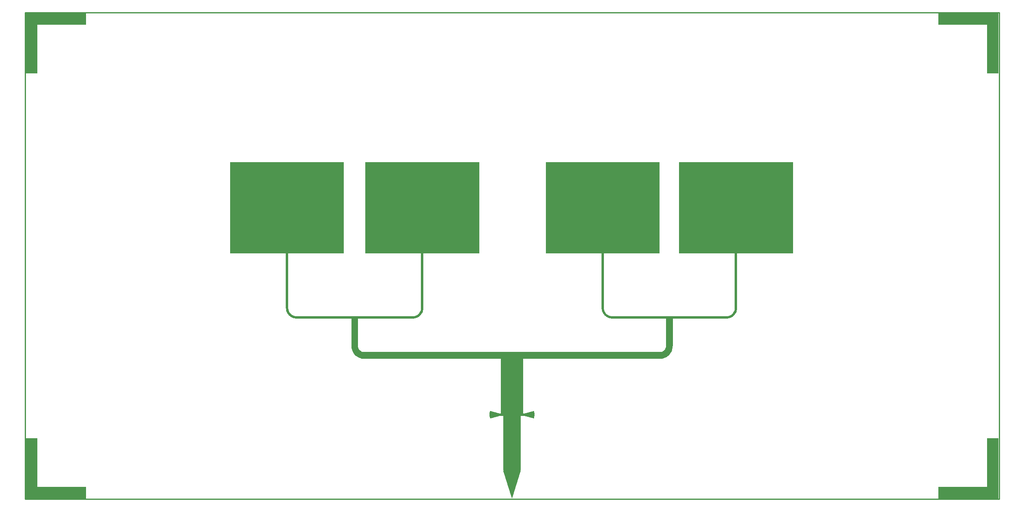
<source format=gbr>
G04*
G04 #@! TF.GenerationSoftware,Altium Limited,Altium Designer,22.3.1 (43)*
G04*
G04 Layer_Physical_Order=1*
G04 Layer_Color=255*
%FSLAX44Y44*%
%MOMM*%
G71*
G04*
G04 #@! TF.SameCoordinates,8B6E1C31-416F-48FD-9094-7637D50CEA94*
G04*
G04*
G04 #@! TF.FilePolarity,Positive*
G04*
G01*
G75*
%ADD10C,0.2540*%
G36*
X2030625Y889000D02*
X2006600D01*
Y990600D01*
X1905000D01*
Y1014625D01*
X2030625D01*
Y889000D01*
D02*
G37*
G36*
X127000Y990600D02*
X25400D01*
Y889000D01*
X1375D01*
Y1014625D01*
X127000D01*
Y990600D01*
D02*
G37*
G36*
X947368Y513789D02*
X831250D01*
Y399789D01*
X831154Y397713D01*
X830867Y395654D01*
X830391Y393631D01*
X829731Y391661D01*
X828891Y389759D01*
X827880Y387944D01*
X826705Y386229D01*
X825378Y384630D01*
X823908Y383161D01*
X822309Y381833D01*
X820595Y380659D01*
X818779Y379647D01*
X816878Y378808D01*
X814907Y378148D01*
X812884Y377672D01*
X810826Y377385D01*
X808750Y377287D01*
X694750D01*
Y320287D01*
X694948Y318029D01*
X695534Y315840D01*
X696492Y313787D01*
X697791Y311930D01*
X699394Y310328D01*
X701250Y309028D01*
X703304Y308071D01*
X705493Y307484D01*
X707750Y307287D01*
X1324245D01*
X1326497Y307484D01*
X1328686Y308070D01*
X1330740Y309028D01*
X1332596Y310327D01*
X1334198Y311930D01*
X1335498Y313786D01*
X1336456Y315840D01*
X1337042Y318029D01*
X1337240Y320286D01*
Y377286D01*
X1225241Y377284D01*
X1223165Y377380D01*
X1221106Y377667D01*
X1219083Y378143D01*
X1217113Y378803D01*
X1215212Y379643D01*
X1213396Y380654D01*
X1211682Y381828D01*
X1210083Y383156D01*
X1208613Y384626D01*
X1207285Y386224D01*
X1206111Y387939D01*
X1205100Y389755D01*
X1204260Y391656D01*
X1203600Y393626D01*
X1203124Y395649D01*
X1202837Y397708D01*
X1202741Y399784D01*
Y513784D01*
X1086623D01*
Y703776D01*
X1323859D01*
Y513784D01*
X1207741D01*
Y399784D01*
X1207815Y398169D01*
X1208039Y396568D01*
X1208409Y394995D01*
X1208923Y393462D01*
X1209575Y391983D01*
X1210362Y390571D01*
X1211275Y389238D01*
X1212308Y387994D01*
X1213451Y386851D01*
X1214695Y385818D01*
X1216028Y384905D01*
X1217440Y384118D01*
X1218919Y383465D01*
X1220452Y382952D01*
X1222025Y382582D01*
X1223626Y382358D01*
X1225240Y382286D01*
X1463240D01*
X1464854Y382361D01*
X1466455Y382584D01*
X1468029Y382954D01*
X1469561Y383468D01*
X1471040Y384121D01*
X1472452Y384907D01*
X1473786Y385821D01*
X1475029Y386853D01*
X1476172Y387996D01*
X1477205Y389240D01*
X1478118Y390574D01*
X1478905Y391986D01*
X1479558Y393464D01*
X1480072Y394997D01*
X1480442Y396571D01*
X1480665Y398171D01*
X1480740Y399786D01*
Y513786D01*
X1364622D01*
Y703778D01*
X1601858D01*
Y513786D01*
X1485740D01*
Y399786D01*
X1485644Y397710D01*
X1485357Y395652D01*
X1484881Y393629D01*
X1484220Y391658D01*
X1483381Y389757D01*
X1482370Y387941D01*
X1481195Y386227D01*
X1479867Y384628D01*
X1478398Y383158D01*
X1476799Y381831D01*
X1475084Y380656D01*
X1473269Y379645D01*
X1471368Y378806D01*
X1469397Y378145D01*
X1467374Y377669D01*
X1465316Y377382D01*
X1463240Y377286D01*
X1351240D01*
Y320286D01*
X1351137Y317933D01*
X1350829Y315598D01*
X1350320Y313298D01*
X1349611Y311052D01*
X1348710Y308875D01*
X1347622Y306786D01*
X1346357Y304799D01*
X1344923Y302931D01*
X1343332Y301194D01*
X1341595Y299603D01*
X1339726Y298169D01*
X1337740Y296903D01*
X1335650Y295816D01*
X1333474Y294914D01*
X1331228Y294206D01*
X1328928Y293696D01*
X1326593Y293389D01*
X1324250Y293287D01*
X1039250D01*
Y179287D01*
X1041750D01*
X1060869Y184410D01*
X1061955Y183751D01*
X1062330Y182061D01*
X1062676Y179434D01*
X1062791Y176787D01*
X1062676Y174139D01*
X1062330Y171513D01*
X1061955Y169822D01*
X1060869Y169164D01*
X1041750Y174287D01*
X1034550D01*
Y60287D01*
X1033481D01*
X1034236Y59265D01*
X1016664Y2159D01*
X1015336D01*
X997841Y59016D01*
X998779Y60287D01*
X997450D01*
Y174287D01*
X990250D01*
X971131Y169164D01*
X970045Y169822D01*
X969670Y171513D01*
X969324Y174139D01*
X969209Y176787D01*
X969324Y179434D01*
X969670Y182061D01*
X970045Y183751D01*
X971131Y184410D01*
X990250Y179287D01*
X992750D01*
Y293287D01*
X707750D01*
X705397Y293389D01*
X703062Y293697D01*
X700762Y294207D01*
X698515Y294915D01*
X696339Y295816D01*
X694250Y296904D01*
X692263Y298169D01*
X690395Y299603D01*
X688658Y301195D01*
X687067Y302931D01*
X685633Y304800D01*
X684367Y306787D01*
X683280Y308876D01*
X682378Y311052D01*
X681670Y313298D01*
X681160Y315598D01*
X680853Y317933D01*
X680750Y320287D01*
Y377287D01*
X566750D01*
X564674Y377383D01*
X562616Y377670D01*
X560593Y378145D01*
X558622Y378806D01*
X556721Y379645D01*
X554905Y380657D01*
X553191Y381831D01*
X551592Y383159D01*
X550122Y384628D01*
X548795Y386227D01*
X547620Y387942D01*
X546609Y389757D01*
X545769Y391659D01*
X545109Y393629D01*
X544633Y395652D01*
X544346Y397710D01*
X544250Y399787D01*
Y513787D01*
X428132D01*
Y703779D01*
X665368D01*
Y513787D01*
X549250D01*
Y399787D01*
X549325Y398172D01*
X549548Y396571D01*
X549918Y394997D01*
X550432Y393465D01*
X551085Y391986D01*
X551871Y390574D01*
X552785Y389240D01*
X553817Y387997D01*
X554960Y386854D01*
X556204Y385821D01*
X557537Y384908D01*
X558950Y384121D01*
X560428Y383468D01*
X561961Y382955D01*
X563534Y382584D01*
X565135Y382361D01*
X566750Y382287D01*
X808750Y382289D01*
X810365Y382363D01*
X811966Y382587D01*
X813539Y382957D01*
X815072Y383470D01*
X816550Y384123D01*
X817963Y384910D01*
X819296Y385823D01*
X820540Y386856D01*
X821683Y387999D01*
X822715Y389243D01*
X823629Y390576D01*
X824415Y391988D01*
X825068Y393467D01*
X825582Y395000D01*
X825952Y396573D01*
X826175Y398174D01*
X826250Y399789D01*
Y513789D01*
X710132D01*
Y703781D01*
X947368D01*
Y513789D01*
D02*
G37*
G36*
X2030625Y1375D02*
X1905000D01*
Y25400D01*
X2006600D01*
Y127000D01*
X2030625D01*
Y1375D01*
D02*
G37*
G36*
X25400Y25400D02*
X127000D01*
Y1375D01*
X1375D01*
Y127000D01*
X25400D01*
Y25400D01*
D02*
G37*
D10*
X0Y0D02*
X2032000D01*
X0Y1016000D02*
X2032000D01*
Y0D02*
Y1016000D01*
X0Y0D02*
Y1016000D01*
M02*

</source>
